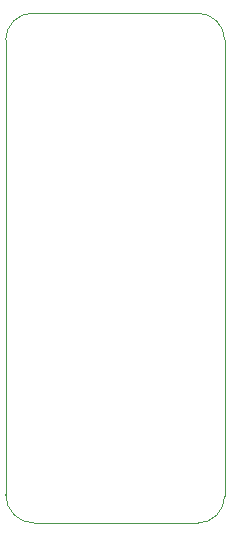
<source format=gbr>
%TF.GenerationSoftware,Altium Limited,Altium Designer,19.1.8 (144)*%
G04 Layer_Color=0*
%FSLAX26Y26*%
%MOIN*%
%TF.FileFunction,Profile,NP*%
%TF.Part,Single*%
G01*
G75*
%TA.AperFunction,Profile*%
%ADD73C,0.001000*%
D73*
X-27825Y67175D02*
Y1582175D01*
D02*
G02*
X62175Y1672175I90000J0D01*
G01*
X612175D01*
D02*
G02*
X702175Y1582175I0J-90000D01*
G01*
Y62175D01*
D02*
G02*
X612175Y-27825I-90000J0D01*
G01*
X67175D01*
D02*
G02*
X-27825Y67175I-0J95000D01*
G01*
%TF.MD5,b3f770438dd0fd82af652b773ee55816*%
M02*

</source>
